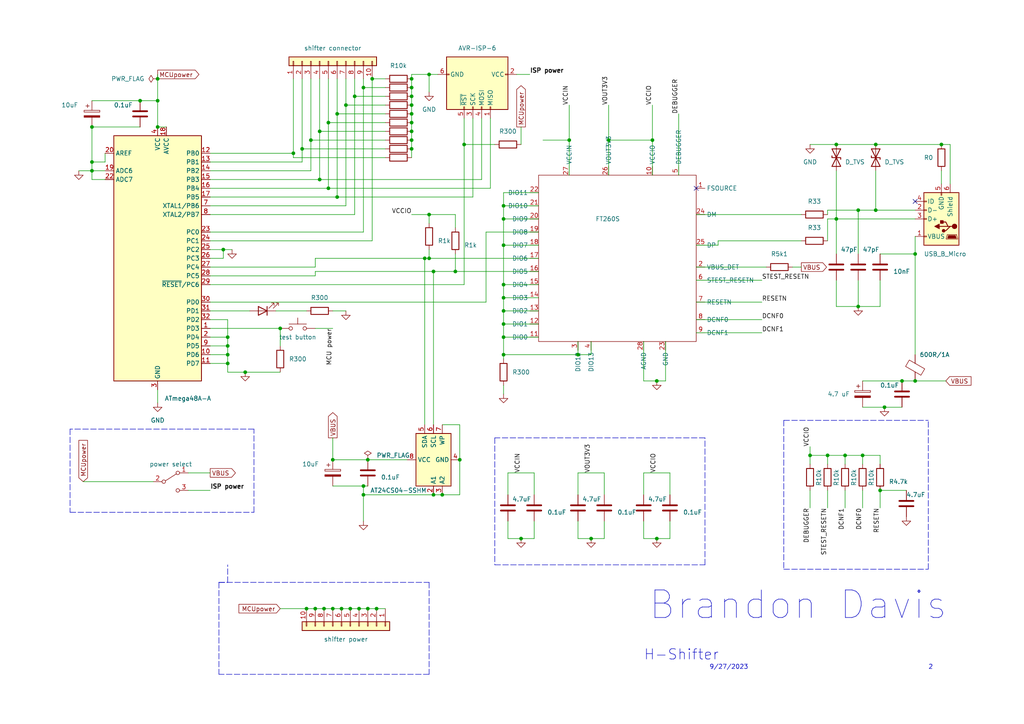
<source format=kicad_sch>
(kicad_sch (version 20211123) (generator eeschema)
  (paper "A4")
  (lib_symbols
    (symbol "Connector:AVR-ISP-6" (pin_names (offset 1.016))
      (property "Reference" "J" (at -6.35 11.43 0))
      (property "Value" "AVR-ISP-6" (at 0 11.43 0))
      (symbol "AVR-ISP-6_0_1"
        (rectangle (start -2.667 -6.858) (end -2.413 -7.62))
        (rectangle (start -2.667 10.16) (end -2.413 9.398))
        (rectangle (start 7.62 -2.413) (end 6.858 -2.667))
        (rectangle (start 7.62 0.127) (end 6.858 -0.127))
        (rectangle (start 7.62 2.667) (end 6.858 2.413))
        (rectangle (start 7.62 5.207) (end 6.858 4.953))
        (rectangle (start 7.62 10.16) (end -7.62 -7.62) (stroke (width 0.254)) (fill (type background)))
      )
      (symbol "AVR-ISP-6_1_1"
        (pin passive line (at 10.16 5.08 180) (length 2.54) (name "MISO") (number "1"))
        (pin passive line (at -2.54 12.7 270) (length 2.54) (name "VCC") (number "2"))
        (pin passive line (at 10.16 0 180) (length 2.54) (name "SCK") (number "3"))
        (pin passive line (at 10.16 2.54 180) (length 2.54) (name "MOSI") (number "4"))
        (pin passive line (at 10.16 -2.54 180) (length 2.54) (name "~{RST}") (number "5"))
        (pin passive line (at -2.54 -10.16 90) (length 2.54) (name "GND") (number "6"))
      )
    )
    (symbol "Connector:USB_B_Micro" (pin_names (offset 1.016))
      (property "Reference" "J" (at -5.08 11.43 0))
      (property "Value" "USB_B_Micro" (at -5.08 8.89 0))
      (symbol "USB_B_Micro_0_1"
        (rectangle (start -5.08 -7.62) (end 5.08 7.62) (stroke (width 0.254)) (fill (type background)))
        (circle (center -3.81 2.159) (radius 0.635) (stroke (width 0.254)) (fill (type outline)))
        (circle (center -0.635 3.429) (radius 0.381) (stroke (width 0.254)) (fill (type outline)))
        (rectangle (start -0.127 -7.62) (end 0.127 -6.858))
        (polyline (pts (xy -1.905 2.159) (xy 0.635 2.159)) (stroke (width 0.254)))
        (polyline (pts (xy -3.175 2.159) (xy -2.54 2.159) (xy -1.27 3.429) (xy -0.635 3.429)) (stroke (width 0.254)))
        (polyline (pts (xy -2.54 2.159) (xy -1.905 2.159) (xy -1.27 0.889) (xy 0 0.889)) (stroke (width 0.254)))
        (polyline (pts (xy 0.635 2.794) (xy 0.635 1.524) (xy 1.905 2.159) (xy 0.635 2.794)) (stroke (width 0.254)) (fill (type outline)))
        (polyline (pts (xy -4.318 5.588) (xy -1.778 5.588) (xy -2.032 4.826) (xy -4.064 4.826) (xy -4.318 5.588)) (fill (type outline)))
        (polyline (pts (xy -4.699 5.842) (xy -4.699 5.588) (xy -4.445 4.826) (xy -4.445 4.572) (xy -1.651 4.572) (xy -1.651 4.826) (xy -1.397 5.588) (xy -1.397 5.842) (xy -4.699 5.842)))
        (rectangle (start 0.254 1.27) (end -0.508 0.508) (stroke (width 0.254)) (fill (type outline)))
        (rectangle (start 5.08 -5.207) (end 4.318 -4.953))
        (rectangle (start 5.08 -2.667) (end 4.318 -2.413))
        (rectangle (start 5.08 -0.127) (end 4.318 0.127))
        (rectangle (start 5.08 4.953) (end 4.318 5.207))
      )
      (symbol "USB_B_Micro_1_1"
        (pin power_out line (at 7.62 5.08 180) (length 2.54) (name "VBUS") (number "1"))
        (pin bidirectional line (at 7.62 -2.54 180) (length 2.54) (name "D-") (number "2"))
        (pin bidirectional line (at 7.62 0 180) (length 2.54) (name "D+") (number "3"))
        (pin passive line (at 7.62 -5.08 180) (length 2.54) (name "ID") (number "4"))
        (pin power_out line (at 0 -10.16 90) (length 2.54) (name "GND") (number "5"))
        (pin passive line (at -2.54 -10.16 90) (length 2.54) (name "Shield") (number "6"))
      )
    )
    (symbol "Connector_Generic:Conn_01x10" (pin_names (offset 1.016) hide)
      (property "Reference" "J" (at 0 12.7 0))
      (property "Value" "Conn_01x10" (at 0 -15.24 0))
      (symbol "Conn_01x10_1_1"
        (rectangle (start -1.27 -12.573) (end 0 -12.827) (stroke (width 0.1524)))
        (rectangle (start -1.27 -10.033) (end 0 -10.287) (stroke (width 0.1524)))
        (rectangle (start -1.27 -7.493) (end 0 -7.747) (stroke (width 0.1524)))
        (rectangle (start -1.27 -4.953) (end 0 -5.207) (stroke (width 0.1524)))
        (rectangle (start -1.27 -2.413) (end 0 -2.667) (stroke (width 0.1524)))
        (rectangle (start -1.27 0.127) (end 0 -0.127) (stroke (width 0.1524)))
        (rectangle (start -1.27 2.667) (end 0 2.413) (stroke (width 0.1524)))
        (rectangle (start -1.27 5.207) (end 0 4.953) (stroke (width 0.1524)))
        (rectangle (start -1.27 7.747) (end 0 7.493) (stroke (width 0.1524)))
        (rectangle (start -1.27 10.287) (end 0 10.033) (stroke (width 0.1524)))
        (rectangle (start -1.27 11.43) (end 1.27 -13.97) (stroke (width 0.254)) (fill (type background)))
        (pin passive line (at -5.08 10.16 0) (length 3.81) (name "Pin_1") (number "1"))
        (pin passive line (at -5.08 -12.7 0) (length 3.81) (name "Pin_10") (number "10"))
        (pin passive line (at -5.08 7.62 0) (length 3.81) (name "Pin_2") (number "2"))
        (pin passive line (at -5.08 5.08 0) (length 3.81) (name "Pin_3") (number "3"))
        (pin passive line (at -5.08 2.54 0) (length 3.81) (name "Pin_4") (number "4"))
        (pin passive line (at -5.08 0 0) (length 3.81) (name "Pin_5") (number "5"))
        (pin passive line (at -5.08 -2.54 0) (length 3.81) (name "Pin_6") (number "6"))
        (pin passive line (at -5.08 -5.08 0) (length 3.81) (name "Pin_7") (number "7"))
        (pin passive line (at -5.08 -7.62 0) (length 3.81) (name "Pin_8") (number "8"))
        (pin passive line (at -5.08 -10.16 0) (length 3.81) (name "Pin_9") (number "9"))
      )
    )
    (symbol "Device:C" (pin_numbers hide) (pin_names (offset 0.254))
      (property "Reference" "C" (at 0.635 2.54 0))
      (property "Value" "C" (at 0.635 -2.54 0))
      (symbol "C_0_1"
        (polyline (pts (xy -2.032 -0.762) (xy 2.032 -0.762)) (stroke (width 0.508)))
        (polyline (pts (xy -2.032 0.762) (xy 2.032 0.762)) (stroke (width 0.508)))
      )
      (symbol "C_1_1"
        (pin passive line (at 0 3.81 270) (length 2.794) (name "~") (number "1"))
        (pin passive line (at 0 -3.81 90) (length 2.794) (name "~") (number "2"))
      )
    )
    (symbol "Device:C_Polarized" (pin_numbers hide) (pin_names (offset 0.254))
      (property "Reference" "C" (at 0.635 2.54 0))
      (property "Value" "C_Polarized" (at 0.635 -2.54 0))
      (symbol "C_Polarized_0_1"
        (rectangle (start -2.286 0.508) (end 2.286 1.016))
        (polyline (pts (xy -1.778 2.286) (xy -0.762 2.286)))
        (polyline (pts (xy -1.27 2.794) (xy -1.27 1.778)))
        (rectangle (start 2.286 -0.508) (end -2.286 -1.016) (fill (type outline)))
      )
      (symbol "C_Polarized_1_1"
        (pin passive line (at 0 3.81 270) (length 2.794) (name "~") (number "1"))
        (pin passive line (at 0 -3.81 90) (length 2.794) (name "~") (number "2"))
      )
    )
    (symbol "Device:D_TVS" (pin_numbers hide) (pin_names (offset 1.016) hide)
      (property "Reference" "D" (at 0 2.54 0))
      (property "Value" "D_TVS" (at 0 -2.54 0))
      (symbol "D_TVS_0_1"
        (polyline (pts (xy 1.27 0) (xy -1.27 0)))
        (polyline (pts (xy 0.508 1.27) (xy 0 1.27) (xy 0 -1.27) (xy -0.508 -1.27)) (stroke (width 0.254)))
        (polyline (pts (xy -2.54 1.27) (xy -2.54 -1.27) (xy 2.54 1.27) (xy 2.54 -1.27) (xy -2.54 1.27)) (stroke (width 0.254)))
      )
      (symbol "D_TVS_1_1"
        (pin passive line (at -3.81 0 0) (length 2.54) (name "A1") (number "1"))
        (pin passive line (at 3.81 0 180) (length 2.54) (name "A2") (number "2"))
      )
    )
    (symbol "Device:FerriteBead" (pin_numbers hide) (pin_names (offset 0))
      (property "Reference" "FB" (at -3.81 0.635 90))
      (property "Value" "FerriteBead" (at 3.81 0 90))
      (symbol "FerriteBead_0_1"
        (polyline (pts (xy 0 -1.27) (xy 0 -1.2192)))
        (polyline (pts (xy 0 1.27) (xy 0 1.2954)))
        (polyline (pts (xy -2.7686 0.4064) (xy -1.7018 2.2606) (xy 2.7686 -0.3048) (xy 1.6764 -2.159) (xy -2.7686 0.4064)))
      )
      (symbol "FerriteBead_1_1"
        (pin passive line (at 0 3.81 270) (length 2.54) (name "~") (number "1"))
        (pin passive line (at 0 -3.81 90) (length 2.54) (name "~") (number "2"))
      )
    )
    (symbol "Device:LED" (pin_numbers hide) (pin_names (offset 1.016) hide)
      (property "Reference" "D" (at 0 2.54 0))
      (property "Value" "LED" (at 0 -2.54 0))
      (symbol "LED_0_1"
        (polyline (pts (xy -1.27 -1.27) (xy -1.27 1.27)) (stroke (width 0.254)))
        (polyline (pts (xy -1.27 0) (xy 1.27 0)))
        (polyline (pts (xy 1.27 -1.27) (xy 1.27 1.27) (xy -1.27 0) (xy 1.27 -1.27)) (stroke (width 0.254)))
        (polyline (pts (xy -3.048 -0.762) (xy -4.572 -2.286) (xy -3.81 -2.286) (xy -4.572 -2.286) (xy -4.572 -1.524)))
        (polyline (pts (xy -1.778 -0.762) (xy -3.302 -2.286) (xy -2.54 -2.286) (xy -3.302 -2.286) (xy -3.302 -1.524)))
      )
      (symbol "LED_1_1"
        (pin passive line (at -3.81 0 0) (length 2.54) (name "K") (number "1"))
        (pin passive line (at 3.81 0 180) (length 2.54) (name "A") (number "2"))
      )
    )
    (symbol "Device:R" (pin_numbers hide) (pin_names (offset 0))
      (property "Reference" "R" (at 2.032 0 90))
      (property "Value" "R" (at 0 0 90))
      (symbol "R_0_1"
        (rectangle (start -1.016 -2.54) (end 1.016 2.54) (stroke (width 0.254)))
      )
      (symbol "R_1_1"
        (pin passive line (at 0 3.81 270) (length 1.27) (name "~") (number "1"))
        (pin passive line (at 0 -3.81 90) (length 1.27) (name "~") (number "2"))
      )
    )
    (symbol "MCU_Microchip_ATmega:ATmega48A-A"
      (property "Reference" "U" (at -12.7 36.83 0))
      (property "Value" "ATmega48A-A" (at 2.54 -36.83 0))
      (symbol "ATmega48A-A_0_1"
        (rectangle (start -12.7 -35.56) (end 12.7 35.56) (stroke (width 0.254)) (fill (type background)))
      )
      (symbol "ATmega48A-A_1_1"
        (pin bidirectional line (at 15.24 -20.32 180) (length 2.54) (name "PD3") (number "1"))
        (pin bidirectional line (at 15.24 -27.94 180) (length 2.54) (name "PD6") (number "10"))
        (pin bidirectional line (at 15.24 -30.48 180) (length 2.54) (name "PD7") (number "11"))
        (pin bidirectional line (at 15.24 30.48 180) (length 2.54) (name "PB0") (number "12"))
        (pin bidirectional line (at 15.24 27.94 180) (length 2.54) (name "PB1") (number "13"))
        (pin bidirectional line (at 15.24 25.4 180) (length 2.54) (name "PB2") (number "14"))
        (pin bidirectional line (at 15.24 22.86 180) (length 2.54) (name "PB3") (number "15"))
        (pin bidirectional line (at 15.24 20.32 180) (length 2.54) (name "PB4") (number "16"))
        (pin bidirectional line (at 15.24 17.78 180) (length 2.54) (name "PB5") (number "17"))
        (pin power_in line (at 2.54 38.1 270) (length 2.54) (name "AVCC") (number "18"))
        (pin input line (at -15.24 25.4 0) (length 2.54) (name "ADC6") (number "19"))
        (pin bidirectional line (at 15.24 -22.86 180) (length 2.54) (name "PD4") (number "2"))
        (pin passive line (at -15.24 30.48 0) (length 2.54) (name "AREF") (number "20"))
        (pin passive line (at 0 -38.1 90) (length 2.54) hide (name "GND") (number "21"))
        (pin input line (at -15.24 22.86 0) (length 2.54) (name "ADC7") (number "22"))
        (pin bidirectional line (at 15.24 7.62 180) (length 2.54) (name "PC0") (number "23"))
        (pin bidirectional line (at 15.24 5.08 180) (length 2.54) (name "PC1") (number "24"))
        (pin bidirectional line (at 15.24 2.54 180) (length 2.54) (name "PC2") (number "25"))
        (pin bidirectional line (at 15.24 0 180) (length 2.54) (name "PC3") (number "26"))
        (pin bidirectional line (at 15.24 -2.54 180) (length 2.54) (name "PC4") (number "27"))
        (pin bidirectional line (at 15.24 -5.08 180) (length 2.54) (name "PC5") (number "28"))
        (pin bidirectional line (at 15.24 -7.62 180) (length 2.54) (name "~{RESET}/PC6") (number "29"))
        (pin passive line (at 0 -38.1 90) (length 2.54) (name "GND") (number "3"))
        (pin bidirectional line (at 15.24 -12.7 180) (length 2.54) (name "PD0") (number "30"))
        (pin bidirectional line (at 15.24 -15.24 180) (length 2.54) (name "PD1") (number "31"))
        (pin bidirectional line (at 15.24 -17.78 180) (length 2.54) (name "PD2") (number "32"))
        (pin power_in line (at 0 38.1 270) (length 2.54) (name "VCC") (number "4"))
        (pin passive line (at 0 -38.1 90) (length 2.54) hide (name "GND") (number "5"))
        (pin passive line (at 0 38.1 270) (length 2.54) hide (name "VCC") (number "6"))
        (pin bidirectional line (at 15.24 15.24 180) (length 2.54) (name "XTAL1/PB6") (number "7"))
        (pin bidirectional line (at 15.24 12.7 180) (length 2.54) (name "XTAL2/PB7") (number "8"))
        (pin bidirectional line (at 15.24 -25.4 180) (length 2.54) (name "PD5") (number "9"))
      )
    )
    (symbol "Memory_EEPROM:AT24CS04-SSHM"
      (property "Reference" "U" (at -7.62 6.35 0))
      (property "Value" "AT24CS04-SSHM" (at 2.54 -6.35 0))
      (symbol "AT24CS04-SSHM_1_1"
        (rectangle (start -7.62 5.08) (end 7.62 -5.08) (stroke (width 0.254)) (fill (type background)))
        (pin no_connect line (at -7.62 2.54 0) (length 2.54) hide (name "NC") (number "1"))
        (pin input line (at -10.16 0 0) (length 2.54) (name "A1") (number "2"))
        (pin input line (at -10.16 -2.54 0) (length 2.54) (name "A2") (number "3"))
        (pin passive line (at 0 -7.62 90) (length 2.54) (name "GND") (number "4"))
        (pin bidirectional line (at 10.16 2.54 180) (length 2.54) (name "SDA") (number "5"))
        (pin input line (at 10.16 0 180) (length 2.54) (name "SCL") (number "6"))
        (pin input line (at 10.16 -2.54 180) (length 2.54) (name "WP") (number "7"))
        (pin power_in line (at 0 7.62 270) (length 2.54) (name "VCC") (number "8"))
      )
    )
    (symbol "Switch:SW_DPDT_x2" (pin_names (offset 0) hide)
      (property "Reference" "SW" (at 0 4.318 0))
      (property "Value" "SW_DPDT_x2" (at 0 -5.08 0))
      (symbol "SW_DPDT_x2_0_0"
        (circle (center -2.032 0) (radius 0.508))
        (circle (center 2.032 -2.54) (radius 0.508))
      )
      (symbol "SW_DPDT_x2_0_1"
        (polyline (pts (xy -1.524 0.254) (xy 1.651 2.286)))
        (circle (center 2.032 2.54) (radius 0.508))
      )
      (symbol "SW_DPDT_x2_1_1"
        (pin passive line (at 5.08 2.54 180) (length 2.54) (name "A") (number "1"))
        (pin passive line (at -5.08 0 0) (length 2.54) (name "B") (number "2"))
        (pin passive line (at 5.08 -2.54 180) (length 2.54) (name "C") (number "3"))
      )
      (symbol "SW_DPDT_x2_2_1"
        (pin passive line (at 5.08 2.54 180) (length 2.54) (name "A") (number "4"))
        (pin passive line (at -5.08 0 0) (length 2.54) (name "B") (number "5"))
        (pin passive line (at 5.08 -2.54 180) (length 2.54) (name "C") (number "6"))
      )
    )
    (symbol "Switch:SW_Push" (pin_numbers hide) (pin_names (offset 1.016) hide)
      (property "Reference" "SW" (at 1.27 2.54 0))
      (property "Value" "SW_Push" (at 0 -1.524 0))
      (symbol "SW_Push_0_1"
        (circle (center -2.032 0) (radius 0.508))
        (polyline (pts (xy 0 1.27) (xy 0 3.048)))
        (polyline (pts (xy 2.54 1.27) (xy -2.54 1.27)))
        (circle (center 2.032 0) (radius 0.508))
        (pin passive line (at -5.08 0 0) (length 2.54) (name "1") (number "1"))
        (pin passive line (at 5.08 0 180) (length 2.54) (name "2") (number "2"))
      )
    )
    (symbol "power:GND" (power) (pin_names (offset 0))
      (property "Value" "GND" (at 0 -3.81 0))
      (symbol "GND_0_1"
        (polyline (pts (xy 0 0) (xy 0 -1.27) (xy 1.27 -1.27) (xy 0 -2.54) (xy -1.27 -1.27) (xy 0 -1.27)))
      )
      (symbol "GND_1_1"
        (pin power_in line (at 0 0 270) (length 0) hide (name "GND") (number "1"))
      )
    )
    (symbol "power:PWR_FLAG" (power) (pin_numbers hide) (pin_names (offset 0) hide)
      (property "Value" "PWR_FLAG" (at 0 3.81 0))
      (symbol "PWR_FLAG_0_0"
        (pin power_out line (at 0 0 90) (length 0) (name "pwr") (number "1"))
      )
      (symbol "PWR_FLAG_0_1"
        (polyline (pts (xy 0 0) (xy 0 1.27) (xy -1.016 1.905) (xy 0 2.54) (xy 1.016 1.905) (xy 0 1.27)))
      )
    )
    (symbol "shifterSymbolLib:FT260S"
      (property "Value" "FT260S" (at 0 -1.27 0))
      (symbol "FT260S_0_1"
        (rectangle (start -20.32 3.81) (end 25.4 52.07))
      )
      (symbol "FT260S_1_1"
        (pin input line (at 25.4 48.26 0) (length 2.54) (name "FSOURCE") (number "1"))
        (pin input line (at 12.7 52.07 90) (length 2.54) (name "VCCIO") (number "10"))
        (pin bidirectional line (at -20.32 5.08 180) (length 2.54) (name "DIO0") (number "11"))
        (pin bidirectional line (at -20.32 8.89 180) (length 2.54) (name "DIO1") (number "12"))
        (pin bidirectional line (at -20.32 12.7 180) (length 2.54) (name "DIO2") (number "13"))
        (pin bidirectional line (at -20.32 16.51 180) (length 2.54) (name "DIO3") (number "14"))
        (pin bidirectional line (at -20.32 20.32 180) (length 2.54) (name "DIO4") (number "15"))
        (pin bidirectional line (at -20.32 24.13 180) (length 2.54) (name "DIO5") (number "16"))
        (pin bidirectional line (at -20.32 27.94 180) (length 2.54) (name "DIO6") (number "17"))
        (pin bidirectional line (at -20.32 31.75 180) (length 2.54) (name "DIO7") (number "18"))
        (pin bidirectional line (at -20.32 35.56 180) (length 2.54) (name "DIO8") (number "19"))
        (pin input line (at 25.4 25.4 0) (length 2.54) (name "VBUS_DET") (number "2"))
        (pin bidirectional line (at -20.32 39.37 180) (length 2.54) (name "DIO9") (number "20"))
        (pin bidirectional line (at -20.32 43.18 180) (length 2.54) (name "DIO10") (number "21"))
        (pin bidirectional line (at -20.32 46.99 180) (length 2.54) (name "DIO11") (number "22"))
        (pin input line (at 16.51 3.81 270) (length 2.54) (name "GND") (number "23"))
        (pin input line (at 25.4 40.64 0) (length 2.54) (name "DM") (number "24"))
        (pin input line (at 25.4 31.75 0) (length 2.54) (name "DP") (number "25"))
        (pin output line (at 0 52.07 90) (length 2.54) (name "VOUT3V3") (number "26"))
        (pin input line (at -11.43 52.07 90) (length 2.54) (name "VCCIN") (number "27"))
        (pin input line (at 10.16 3.81 270) (length 2.54) (name "AGND") (number "28"))
        (pin bidirectional line (at -8.89 3.81 270) (length 2.54) (name "DIO12") (number "3"))
        (pin bidirectional line (at -5.08 3.81 270) (length 2.54) (name "DIO13") (number "4"))
        (pin input line (at 20.32 52.07 90) (length 2.54) (name "DEBUGGER") (number "5"))
        (pin input line (at 25.4 21.59 0) (length 2.54) (name "STEST_RESETN") (number "6"))
        (pin input line (at 25.4 15.24 0) (length 2.54) (name "RESETN") (number "7"))
        (pin input line (at 25.4 10.16 0) (length 2.54) (name "DCNF0") (number "8"))
        (pin input line (at 25.4 6.35 0) (length 2.54) (name "DCNF1") (number "9"))
      )
    )
  )
  (junction (at 254 41.91))
  (junction (at 124.46 74.93))
  (junction (at 40.64 29.21))
  (junction (at 261.62 110.49))
  (junction (at 64.77 72.39))
  (junction (at 93.98 176.53))
  (junction (at 242.57 63.5))
  (junction (at 97.79 33.02))
  (junction (at 190.5 110.49))
  (junction (at 119.38 35.56))
  (junction (at 66.04 102.87))
  (junction (at 95.25 54.61))
  (junction (at 273.05 41.91))
  (junction (at 45.72 36.83))
  (junction (at 146.05 97.79))
  (junction (at 101.6 176.53))
  (junction (at 146.05 90.17))
  (junction (at 240.03 132.08))
  (junction (at 165.1 40.64))
  (junction (at 123.19 74.93))
  (junction (at 125.73 78.74))
  (junction (at 146.05 71.12))
  (junction (at 248.92 88.9))
  (junction (at 146.05 63.5))
  (junction (at 66.04 97.79))
  (junction (at 128.27 143.51))
  (junction (at 146.05 82.55))
  (junction (at 250.19 132.08))
  (junction (at 167.64 102.87))
  (junction (at 119.38 30.48))
  (junction (at 255.27 142.24))
  (junction (at 242.57 41.91))
  (junction (at 245.11 132.08))
  (junction (at 265.43 73.66))
  (junction (at 176.53 40.64))
  (junction (at 100.33 30.48))
  (junction (at 95.25 35.56))
  (junction (at 146.05 93.98))
  (junction (at 124.46 21.59))
  (junction (at 88.9 176.53))
  (junction (at 119.38 27.94))
  (junction (at 26.67 36.83))
  (junction (at 104.14 176.53))
  (junction (at 26.67 46.99))
  (junction (at 190.5 156.21))
  (junction (at 105.41 25.4))
  (junction (at 102.87 27.94))
  (junction (at 119.38 33.02))
  (junction (at 109.22 176.53))
  (junction (at 119.38 43.18))
  (junction (at 66.04 100.33))
  (junction (at 87.63 43.18))
  (junction (at 97.79 57.15))
  (junction (at 133.35 133.35))
  (junction (at 151.13 156.21))
  (junction (at 81.28 95.25))
  (junction (at 256.54 118.11))
  (junction (at 66.04 105.41))
  (junction (at 45.72 29.21))
  (junction (at 99.06 176.53))
  (junction (at 105.41 140.97))
  (junction (at 92.71 52.07))
  (junction (at 124.46 62.23))
  (junction (at 96.52 133.35))
  (junction (at 146.05 86.36))
  (junction (at 189.23 40.64))
  (junction (at 92.71 38.1))
  (junction (at 119.38 40.64))
  (junction (at 45.72 22.86))
  (junction (at 132.08 78.74))
  (junction (at 106.68 176.53))
  (junction (at 254 60.96))
  (junction (at 105.41 143.51))
  (junction (at 119.38 22.86))
  (junction (at 146.05 59.69))
  (junction (at 26.67 49.53))
  (junction (at 96.52 176.53))
  (junction (at 125.73 143.51))
  (junction (at 106.68 133.35))
  (junction (at 134.62 41.91))
  (junction (at 91.44 176.53))
  (junction (at 171.45 156.21))
  (junction (at 119.38 25.4))
  (junction (at 90.17 40.64))
  (junction (at 248.92 60.96))
  (junction (at 265.43 110.49))
  (junction (at 107.95 22.86))
  (junction (at 119.38 38.1))
  (junction (at 71.12 107.95))
  (junction (at 146.05 102.87))
  (junction (at 85.09 44.45))
  (junction (at 234.95 132.08))
  (no_connect (at 201.93 54.61))
  (no_connect (at 265.43 58.42))
  (wire (pts (xy 24.13 139.7) (xy 44.45 139.7)))
  (wire (pts (xy 154.94 137.16) (xy 154.94 143.51)))
  (wire (pts (xy 95.25 35.56) (xy 95.25 22.86)))
  (polyline (pts (xy 204.47 127) (xy 143.51 127)))
  (wire (pts (xy 208.28 71.12) (xy 201.93 71.12)))
  (wire (pts (xy 124.46 74.93) (xy 123.19 74.93)))
  (wire (pts (xy 45.72 29.21) (xy 45.72 36.83)))
  (wire (pts (xy 234.95 132.08) (xy 240.03 132.08)))
  (wire (pts (xy 242.57 49.53) (xy 242.57 63.5)))
  (wire (pts (xy 119.38 35.56) (xy 119.38 38.1)))
  (wire (pts (xy 248.92 60.96) (xy 240.03 60.96)))
  (wire (pts (xy 176.53 40.64) (xy 176.53 50.8)))
  (wire (pts (xy 186.69 137.16) (xy 186.69 143.51)))
  (wire (pts (xy 201.93 81.28) (xy 220.98 81.28)))
  (wire (pts (xy 119.38 62.23) (xy 124.46 62.23)))
  (wire (pts (xy 124.46 62.23) (xy 132.08 62.23)))
  (wire (pts (xy 146.05 93.98) (xy 156.21 93.98)))
  (wire (pts (xy 147.32 137.16) (xy 147.32 143.51)))
  (wire (pts (xy 124.46 21.59) (xy 127 21.59)))
  (wire (pts (xy 245.11 132.08) (xy 245.11 134.62)))
  (wire (pts (xy 146.05 63.5) (xy 146.05 71.12)))
  (wire (pts (xy 146.05 59.69) (xy 146.05 63.5)))
  (wire (pts (xy 134.62 34.29) (xy 134.62 41.91)))
  (wire (pts (xy 240.03 63.5) (xy 240.03 69.85)))
  (wire (pts (xy 60.96 100.33) (xy 66.04 100.33)))
  (polyline (pts (xy 20.32 148.59) (xy 73.66 148.59)))
  (wire (pts (xy 119.38 22.86) (xy 119.38 21.59)))
  (wire (pts (xy 132.08 78.74) (xy 156.21 78.74)))
  (wire (pts (xy 60.96 105.41) (xy 66.04 105.41)))
  (wire (pts (xy 96.52 127) (xy 96.52 133.35)))
  (wire (pts (xy 60.96 44.45) (xy 85.09 44.45)))
  (wire (pts (xy 250.19 142.24) (xy 250.19 147.32)))
  (wire (pts (xy 125.73 143.51) (xy 128.27 143.51)))
  (wire (pts (xy 80.01 90.17) (xy 88.9 90.17)))
  (wire (pts (xy 97.79 33.02) (xy 111.76 33.02)))
  (wire (pts (xy 137.16 34.29) (xy 137.16 57.15)))
  (wire (pts (xy 186.69 99.06) (xy 186.69 110.49)))
  (wire (pts (xy 151.13 36.83) (xy 151.13 41.91)))
  (wire (pts (xy 167.64 156.21) (xy 171.45 156.21)))
  (wire (pts (xy 165.1 30.48) (xy 165.1 40.64)))
  (wire (pts (xy 91.44 77.47) (xy 60.96 77.47)))
  (wire (pts (xy 45.72 21.59) (xy 45.72 22.86)))
  (polyline (pts (xy 63.5 168.91) (xy 124.46 168.91)))
  (polyline (pts (xy 143.51 163.83) (xy 204.47 163.83)))
  (wire (pts (xy 105.41 25.4) (xy 105.41 22.86)))
  (wire (pts (xy 273.05 41.91) (xy 275.59 41.91)))
  (wire (pts (xy 262.89 142.24) (xy 255.27 142.24)))
  (wire (pts (xy 60.96 62.23) (xy 102.87 62.23)))
  (wire (pts (xy 124.46 72.39) (xy 124.46 74.93)))
  (wire (pts (xy 97.79 57.15) (xy 97.79 33.02)))
  (wire (pts (xy 30.48 46.99) (xy 26.67 46.99)))
  (wire (pts (xy 124.46 21.59) (xy 124.46 26.67)))
  (wire (pts (xy 66.04 102.87) (xy 66.04 105.41)))
  (wire (pts (xy 119.38 21.59) (xy 124.46 21.59)))
  (wire (pts (xy 265.43 60.96) (xy 254 60.96)))
  (wire (pts (xy 248.92 81.28) (xy 248.92 88.9)))
  (wire (pts (xy 255.27 142.24) (xy 255.27 147.32)))
  (wire (pts (xy 132.08 73.66) (xy 132.08 78.74)))
  (wire (pts (xy 26.67 29.21) (xy 40.64 29.21)))
  (polyline (pts (xy 124.46 168.91) (xy 124.46 195.58)))
  (wire (pts (xy 171.45 156.21) (xy 175.26 156.21)))
  (polyline (pts (xy 73.66 124.46) (xy 20.32 124.46)))
  (wire (pts (xy 100.33 30.48) (xy 111.76 30.48)))
  (polyline (pts (xy 227.33 121.92) (xy 227.33 165.1)))
  (wire (pts (xy 146.05 102.87) (xy 146.05 104.14)))
  (wire (pts (xy 101.6 176.53) (xy 104.14 176.53)))
  (wire (pts (xy 105.41 25.4) (xy 111.76 25.4)))
  (wire (pts (xy 139.7 34.29) (xy 139.7 52.07)))
  (wire (pts (xy 254 41.91) (xy 273.05 41.91)))
  (wire (pts (xy 149.86 21.59) (xy 153.67 21.59)))
  (wire (pts (xy 60.96 90.17) (xy 72.39 90.17)))
  (wire (pts (xy 119.38 30.48) (xy 119.38 33.02)))
  (wire (pts (xy 66.04 105.41) (xy 66.04 107.95)))
  (wire (pts (xy 102.87 27.94) (xy 102.87 22.86)))
  (polyline (pts (xy 66.04 168.91) (xy 66.04 163.83)))
  (wire (pts (xy 111.76 45.72) (xy 85.09 45.72)))
  (wire (pts (xy 60.96 87.63) (xy 140.97 87.63)))
  (wire (pts (xy 254 49.53) (xy 254 60.96)))
  (wire (pts (xy 134.62 41.91) (xy 143.51 41.91)))
  (wire (pts (xy 125.73 78.74) (xy 125.73 123.19)))
  (wire (pts (xy 96.52 90.17) (xy 100.33 90.17)))
  (wire (pts (xy 104.14 176.53) (xy 106.68 176.53)))
  (wire (pts (xy 106.68 133.35) (xy 118.11 133.35)))
  (wire (pts (xy 175.26 143.51) (xy 175.26 137.16)))
  (wire (pts (xy 45.72 36.83) (xy 48.26 36.83)))
  (wire (pts (xy 189.23 40.64) (xy 189.23 50.8)))
  (wire (pts (xy 265.43 110.49) (xy 274.32 110.49)))
  (wire (pts (xy 60.96 46.99) (xy 87.63 46.99)))
  (wire (pts (xy 146.05 59.69) (xy 156.21 59.69)))
  (wire (pts (xy 71.12 107.95) (xy 81.28 107.95)))
  (wire (pts (xy 92.71 38.1) (xy 111.76 38.1)))
  (wire (pts (xy 64.77 74.93) (xy 64.77 72.39)))
  (wire (pts (xy 133.35 143.51) (xy 128.27 143.51)))
  (wire (pts (xy 85.09 44.45) (xy 85.09 22.86)))
  (wire (pts (xy 90.17 40.64) (xy 90.17 22.86)))
  (wire (pts (xy 66.04 100.33) (xy 66.04 102.87)))
  (wire (pts (xy 111.76 43.18) (xy 87.63 43.18)))
  (wire (pts (xy 96.52 176.53) (xy 99.06 176.53)))
  (wire (pts (xy 60.96 95.25) (xy 81.28 95.25)))
  (wire (pts (xy 30.48 52.07) (xy 26.67 52.07)))
  (wire (pts (xy 60.96 72.39) (xy 64.77 72.39)))
  (wire (pts (xy 240.03 142.24) (xy 240.03 147.32)))
  (wire (pts (xy 189.23 30.48) (xy 189.23 40.64)))
  (wire (pts (xy 123.19 74.93) (xy 123.19 123.19)))
  (polyline (pts (xy 63.5 168.91) (xy 63.5 195.58)))
  (wire (pts (xy 119.38 43.18) (xy 119.38 45.72)))
  (wire (pts (xy 123.19 74.93) (xy 91.44 74.93)))
  (wire (pts (xy 255.27 81.28) (xy 255.27 88.9)))
  (polyline (pts (xy 20.32 124.46) (xy 20.32 148.59)))
  (wire (pts (xy 139.7 52.07) (xy 92.71 52.07)))
  (wire (pts (xy 109.22 176.53) (xy 111.76 176.53)))
  (wire (pts (xy 240.03 132.08) (xy 240.03 134.62)))
  (wire (pts (xy 140.97 67.31) (xy 156.21 67.31)))
  (wire (pts (xy 196.85 33.02) (xy 196.85 50.8)))
  (polyline (pts (xy 269.24 165.1) (xy 269.24 121.92)))
  (wire (pts (xy 229.87 77.47) (xy 232.41 77.47)))
  (wire (pts (xy 146.05 97.79) (xy 156.21 97.79)))
  (wire (pts (xy 154.94 151.13) (xy 154.94 156.21)))
  (wire (pts (xy 60.96 49.53) (xy 90.17 49.53)))
  (wire (pts (xy 146.05 86.36) (xy 146.05 90.17)))
  (wire (pts (xy 45.72 22.86) (xy 45.72 29.21)))
  (wire (pts (xy 189.23 40.64) (xy 176.53 40.64)))
  (wire (pts (xy 242.57 63.5) (xy 240.03 63.5)))
  (wire (pts (xy 90.17 40.64) (xy 111.76 40.64)))
  (wire (pts (xy 146.05 55.88) (xy 146.05 59.69)))
  (polyline (pts (xy 227.33 121.92) (xy 269.24 121.92)))
  (wire (pts (xy 102.87 27.94) (xy 111.76 27.94)))
  (wire (pts (xy 60.96 59.69) (xy 100.33 59.69)))
  (wire (pts (xy 91.44 176.53) (xy 93.98 176.53)))
  (wire (pts (xy 119.38 25.4) (xy 119.38 27.94)))
  (wire (pts (xy 157.48 40.64) (xy 165.1 40.64)))
  (wire (pts (xy 54.61 142.24) (xy 60.96 142.24)))
  (wire (pts (xy 40.64 29.21) (xy 45.72 29.21)))
  (wire (pts (xy 242.57 81.28) (xy 242.57 88.9)))
  (wire (pts (xy 154.94 156.21) (xy 151.13 156.21)))
  (wire (pts (xy 201.93 92.71) (xy 220.98 92.71)))
  (wire (pts (xy 146.05 86.36) (xy 156.21 86.36)))
  (wire (pts (xy 92.71 38.1) (xy 92.71 22.86)))
  (wire (pts (xy 255.27 132.08) (xy 255.27 134.62)))
  (wire (pts (xy 190.5 156.21) (xy 194.31 156.21)))
  (wire (pts (xy 60.96 97.79) (xy 66.04 97.79)))
  (wire (pts (xy 91.44 78.74) (xy 125.73 78.74)))
  (wire (pts (xy 107.95 22.86) (xy 111.76 22.86)))
  (wire (pts (xy 45.72 113.03) (xy 45.72 116.84)))
  (wire (pts (xy 88.9 176.53) (xy 91.44 176.53)))
  (wire (pts (xy 250.19 132.08) (xy 255.27 132.08)))
  (wire (pts (xy 106.68 176.53) (xy 109.22 176.53)))
  (wire (pts (xy 100.33 59.69) (xy 100.33 30.48)))
  (wire (pts (xy 194.31 156.21) (xy 194.31 151.13)))
  (wire (pts (xy 91.44 80.01) (xy 60.96 80.01)))
  (wire (pts (xy 132.08 62.23) (xy 132.08 66.04)))
  (wire (pts (xy 146.05 82.55) (xy 146.05 86.36)))
  (wire (pts (xy 142.24 54.61) (xy 95.25 54.61)))
  (wire (pts (xy 60.96 92.71) (xy 66.04 92.71)))
  (wire (pts (xy 100.33 30.48) (xy 100.33 22.86)))
  (wire (pts (xy 60.96 52.07) (xy 92.71 52.07)))
  (wire (pts (xy 186.69 137.16) (xy 194.31 137.16)))
  (wire (pts (xy 146.05 97.79) (xy 146.05 102.87)))
  (wire (pts (xy 99.06 176.53) (xy 101.6 176.53)))
  (wire (pts (xy 81.28 95.25) (xy 81.28 100.33)))
  (wire (pts (xy 167.64 99.06) (xy 167.64 102.87)))
  (wire (pts (xy 93.98 176.53) (xy 96.52 176.53)))
  (wire (pts (xy 105.41 67.31) (xy 105.41 25.4)))
  (wire (pts (xy 201.93 96.52) (xy 220.98 96.52)))
  (wire (pts (xy 234.95 41.91) (xy 242.57 41.91)))
  (wire (pts (xy 240.03 132.08) (xy 245.11 132.08)))
  (wire (pts (xy 87.63 43.18) (xy 87.63 46.99)))
  (wire (pts (xy 146.05 90.17) (xy 146.05 93.98)))
  (wire (pts (xy 232.41 69.85) (xy 208.28 69.85)))
  (wire (pts (xy 167.64 102.87) (xy 146.05 102.87)))
  (wire (pts (xy 142.24 34.29) (xy 142.24 54.61)))
  (wire (pts (xy 102.87 62.23) (xy 102.87 27.94)))
  (wire (pts (xy 26.67 52.07) (xy 26.67 49.53)))
  (polyline (pts (xy 227.33 165.1) (xy 269.24 165.1)))
  (wire (pts (xy 167.64 151.13) (xy 167.64 156.21)))
  (wire (pts (xy 60.96 69.85) (xy 107.95 69.85)))
  (wire (pts (xy 147.32 156.21) (xy 151.13 156.21)))
  (wire (pts (xy 22.86 49.53) (xy 26.67 49.53)))
  (wire (pts (xy 146.05 63.5) (xy 156.21 63.5)))
  (wire (pts (xy 128.27 123.19) (xy 133.35 123.19)))
  (wire (pts (xy 186.69 156.21) (xy 190.5 156.21)))
  (wire (pts (xy 146.05 93.98) (xy 146.05 97.79)))
  (wire (pts (xy 95.25 35.56) (xy 111.76 35.56)))
  (polyline (pts (xy 143.51 127) (xy 143.51 163.83)))
  (wire (pts (xy 91.44 74.93) (xy 91.44 77.47)))
  (wire (pts (xy 96.52 140.97) (xy 105.41 140.97)))
  (wire (pts (xy 91.44 95.25) (xy 96.52 95.25)))
  (wire (pts (xy 87.63 22.86) (xy 87.63 43.18)))
  (wire (pts (xy 265.43 68.58) (xy 265.43 73.66)))
  (wire (pts (xy 133.35 123.19) (xy 133.35 133.35)))
  (wire (pts (xy 26.67 36.83) (xy 26.67 46.99)))
  (wire (pts (xy 242.57 88.9) (xy 248.92 88.9)))
  (polyline (pts (xy 204.47 163.83) (xy 204.47 127)))
  (wire (pts (xy 60.96 67.31) (xy 105.41 67.31)))
  (wire (pts (xy 273.05 49.53) (xy 273.05 53.34)))
  (wire (pts (xy 119.38 33.02) (xy 119.38 35.56)))
  (wire (pts (xy 105.41 140.97) (xy 105.41 143.51)))
  (wire (pts (xy 105.41 140.97) (xy 106.68 140.97)))
  (wire (pts (xy 147.32 151.13) (xy 147.32 156.21)))
  (wire (pts (xy 245.11 142.24) (xy 245.11 147.32)))
  (wire (pts (xy 60.96 57.15) (xy 97.79 57.15)))
  (wire (pts (xy 107.95 69.85) (xy 107.95 22.86)))
  (wire (pts (xy 167.64 137.16) (xy 167.64 143.51)))
  (wire (pts (xy 146.05 71.12) (xy 146.05 82.55)))
  (wire (pts (xy 242.57 63.5) (xy 242.57 73.66)))
  (wire (pts (xy 201.93 87.63) (xy 220.98 87.63)))
  (wire (pts (xy 261.62 110.49) (xy 265.43 110.49)))
  (wire (pts (xy 97.79 33.02) (xy 97.79 22.86)))
  (wire (pts (xy 255.27 73.66) (xy 265.43 73.66)))
  (wire (pts (xy 234.95 129.54) (xy 234.95 132.08)))
  (wire (pts (xy 97.79 57.15) (xy 137.16 57.15)))
  (wire (pts (xy 245.11 132.08) (xy 250.19 132.08)))
  (polyline (pts (xy 63.5 168.91) (xy 66.04 168.91)))
  (wire (pts (xy 255.27 88.9) (xy 248.92 88.9)))
  (wire (pts (xy 194.31 143.51) (xy 194.31 137.16)))
  (wire (pts (xy 147.32 137.16) (xy 154.94 137.16)))
  (wire (pts (xy 119.38 38.1) (xy 119.38 40.64)))
  (wire (pts (xy 234.95 142.24) (xy 234.95 147.32)))
  (wire (pts (xy 156.21 74.93) (xy 124.46 74.93)))
  (wire (pts (xy 234.95 132.08) (xy 234.95 134.62)))
  (wire (pts (xy 125.73 78.74) (xy 132.08 78.74)))
  (wire (pts (xy 60.96 102.87) (xy 66.04 102.87)))
  (wire (pts (xy 134.62 82.55) (xy 60.96 82.55)))
  (wire (pts (xy 265.43 73.66) (xy 265.43 102.87)))
  (wire (pts (xy 105.41 143.51) (xy 125.73 143.51)))
  (wire (pts (xy 250.19 110.49) (xy 261.62 110.49)))
  (wire (pts (xy 171.45 102.87) (xy 167.64 102.87)))
  (wire (pts (xy 208.28 69.85) (xy 208.28 71.12)))
  (wire (pts (xy 254 60.96) (xy 248.92 60.96)))
  (wire (pts (xy 240.03 60.96) (xy 240.03 62.23)))
  (wire (pts (xy 176.53 30.48) (xy 176.53 40.64)))
  (wire (pts (xy 250.19 118.11) (xy 256.54 118.11)))
  (wire (pts (xy 67.31 72.39) (xy 64.77 72.39)))
  (wire (pts (xy 90.17 49.53) (xy 90.17 40.64)))
  (polyline (pts (xy 73.66 148.59) (xy 73.66 124.46)))
  (wire (pts (xy 265.43 63.5) (xy 242.57 63.5)))
  (polyline (pts (xy 124.46 195.58) (xy 63.5 195.58)))
  (wire (pts (xy 119.38 27.94) (xy 119.38 30.48)))
  (wire (pts (xy 242.57 41.91) (xy 254 41.91)))
  (wire (pts (xy 275.59 53.34) (xy 275.59 41.91)))
  (wire (pts (xy 60.96 74.93) (xy 64.77 74.93)))
  (wire (pts (xy 201.93 77.47) (xy 222.25 77.47)))
  (wire (pts (xy 201.93 62.23) (xy 232.41 62.23)))
  (wire (pts (xy 171.45 99.06) (xy 171.45 102.87)))
  (wire (pts (xy 186.69 151.13) (xy 186.69 156.21)))
  (wire (pts (xy 256.54 118.11) (xy 261.62 118.11)))
  (wire (pts (xy 134.62 41.91) (xy 134.62 82.55)))
  (wire (pts (xy 66.04 92.71) (xy 66.04 97.79)))
  (wire (pts (xy 95.25 54.61) (xy 95.25 35.56)))
  (wire (pts (xy 156.21 82.55) (xy 146.05 82.55)))
  (wire (pts (xy 26.67 46.99) (xy 26.67 49.53)))
  (wire (pts (xy 92.71 52.07) (xy 92.71 38.1)))
  (wire (pts (xy 40.64 36.83) (xy 26.67 36.83)))
  (wire (pts (xy 119.38 22.86) (xy 119.38 25.4)))
  (wire (pts (xy 193.04 110.49) (xy 190.5 110.49)))
  (wire (pts (xy 193.04 99.06) (xy 193.04 110.49)))
  (wire (pts (xy 30.48 44.45) (xy 30.48 46.99)))
  (wire (pts (xy 54.61 137.16) (xy 60.96 137.16)))
  (wire (pts (xy 26.67 49.53) (xy 30.48 49.53)))
  (wire (pts (xy 165.1 40.64) (xy 165.1 50.8)))
  (wire (pts (xy 85.09 45.72) (xy 85.09 44.45)))
  (wire (pts (xy 66.04 97.79) (xy 66.04 100.33)))
  (wire (pts (xy 146.05 71.12) (xy 156.21 71.12)))
  (wire (pts (xy 250.19 132.08) (xy 250.19 134.62)))
  (wire (pts (xy 133.35 133.35) (xy 133.35 143.51)))
  (wire (pts (xy 81.28 176.53) (xy 88.9 176.53)))
  (wire (pts (xy 91.44 78.74) (xy 91.44 80.01)))
  (wire (pts (xy 105.41 143.51) (xy 105.41 151.13)))
  (wire (pts (xy 60.96 54.61) (xy 95.25 54.61)))
  (wire (pts (xy 119.38 40.64) (xy 119.38 43.18)))
  (wire (pts (xy 66.04 107.95) (xy 71.12 107.95)))
  (wire (pts (xy 175.26 156.21) (xy 175.26 151.13)))
  (wire (pts (xy 140.97 87.63) (xy 140.97 67.31)))
  (wire (pts (xy 96.52 133.35) (xy 106.68 133.35)))
  (wire (pts (xy 156.21 55.88) (xy 146.05 55.88)))
  (wire (pts (xy 248.92 60.96) (xy 248.92 73.66)))
  (wire (pts (xy 146.05 90.17) (xy 156.21 90.17)))
  (wire (pts (xy 167.64 137.16) (xy 175.26 137.16)))
  (wire (pts (xy 186.69 110.49) (xy 190.5 110.49)))
  (wire (pts (xy 146.05 111.76) (xy 146.05 114.3)))
  (wire (pts (xy 124.46 62.23) (xy 124.46 64.77)))
  (text "Brandon Davis" (at 187.96 180.34 0) (effects (font (size 8 8)) (justify left bottom)))
  (text "H-Shifter" (at 186.69 191.77 0) (effects (font (size 3 3)) (justify left bottom)))
  (text "9/27/2023" (at 205.74 194.31 0) (effects (font (size 1.27 1.27)) (justify left bottom)))
  (text "2" (at 269.24 194.31 0) (effects (font (size 1.27 1.27)) (justify left bottom)))
  (label "DCNF1" (at 245.11 147.32 270))
  (label "STEST_RESETN" (at 220.98 81.28 0))
  (label "VCCIO" (at 119.38 62.23 180))
  (label "DCNF0" (at 250.19 147.32 270))
  (label "DEBUGGER" (at 196.85 33.02 90))
  (label "DCNF0" (at 220.98 92.71 0))
  (label "VCCIN" (at 165.1 30.48 90))
  (label "VCCIO" (at 190.5 137.16 90))
  (label "VOUT3V3" (at 171.45 137.16 90))
  (label "DCNF1" (at 220.98 96.52 0))
  (label "RESETN" (at 255.27 147.32 270))
  (label "VOUT3V3" (at 176.53 30.48 90))
  (label "RESETN" (at 220.98 87.63 0))
  (label "VCCIO" (at 234.95 129.54 90))
  (label "VCCIN" (at 151.13 137.16 90))
  (label "ISP power" (at 153.67 21.59 0) (effects (font (thickness 0.254) bold)))
  (label "DEBUGGER" (at 234.95 147.32 270))
  (label "VCCIO" (at 189.23 30.48 90))
  (label "MCU power" (at 96.52 95.25 270))
  (label "ISP power" (at 60.96 142.24 0) (effects (font (thickness 0.254) bold)))
  (label "STEST_RESETN" (at 240.03 147.32 270))
  (global_label "VBUS" (shape output) (at 96.52 127 90) (property "Intersheet References" "${INTERSHEET_REFS}" (effects hide)))
  (global_label "MCUpower" (shape output) (at 45.72 21.59 0) (property "Intersheet References" "${INTERSHEET_REFS}" (effects hide)))
  (global_label "VBUS" (shape output) (at 232.41 77.47 0) (property "Intersheet References" "${INTERSHEET_REFS}" (effects hide)))
  (global_label "MCUpower" (shape input) (at 24.13 139.7 90) (property "Intersheet References" "${INTERSHEET_REFS}" (effects hide)))
  (global_label "MCUpower" (shape input) (at 81.28 176.53 180) (property "Intersheet References" "${INTERSHEET_REFS}" (effects hide)))
  (global_label "MCUpower" (shape output) (at 151.13 36.83 90) (property "Intersheet References" "${INTERSHEET_REFS}" (effects hide)))
  (global_label "VBUS" (shape output) (at 60.96 137.16 0) (property "Intersheet References" "${INTERSHEET_REFS}" (effects hide)))
  (global_label "VBUS" (shape input) (at 274.32 110.49 0) (property "Intersheet References" "${INTERSHEET_REFS}" (effects hide)))
  (symbol (lib_id "Device:C") (at 248.92 77.47 0) (unit 1)
    (property "Reference" "C2" (effects hide))
    (property "Value" "47pF" (at 250.19 72.39 0) (effects (justify left)))
    (property "Footprint" "Wurth:GRM033R71A103KA01D 10nF" (effects hide))
  )
  (symbol (lib_id "power:GND") (at 190.5 156.21 0) (unit 1)
    (property "Reference" "#PWR0106" (effects hide))
    (property "Value" "GND" (effects hide))
  )
  (symbol (lib_id "Device:R") (at 115.57 38.1 90) (unit 1)
    (property "Reference" "R19" (effects hide))
    (property "Value" "R10k" (effects hide))
    (property "Footprint" "Resistor_SMD:R_0402_1005Metric" (effects hide))
  )
  (symbol (lib_id "power:PWR_FLAG") (at 45.72 22.86 90) (unit 1)
    (property "Reference" "#FLG0101" (effects hide))
    (property "Value" "PWR_FLAG" (at 41.91 22.8599 90) (effects (justify left)))
  )
  (symbol (lib_id "Device:C") (at 147.32 147.32 0) (unit 1)
    (property "Reference" "C10" (effects hide))
    (property "Value" "4.7uF" (at 148.59 144.78 0) (effects (justify left)))
    (property "Footprint" "Wima:WIMA_XA_WIM" (effects hide))
  )
  (symbol (lib_id "power:GND") (at 100.33 90.17 0) (unit 1)
    (property "Reference" "#PWR0116" (effects hide))
    (property "Value" "GND" (effects hide))
  )
  (symbol (lib_id "power:GND") (at 151.13 156.21 0) (unit 1)
    (property "Reference" "#PWR0103" (effects hide))
    (property "Value" "GND" (effects hide))
  )
  (symbol (lib_id "Device:R") (at 115.57 33.02 90) (unit 1)
    (property "Reference" "R17" (effects hide))
    (property "Value" "R10k" (effects hide))
    (property "Footprint" "Resistor_SMD:R_0402_1005Metric" (effects hide))
  )
  (symbol (lib_id "Device:R") (at 115.57 45.72 90) (unit 1)
    (property "Reference" "R22" (effects hide))
    (property "Value" "R10k" (effects hide))
    (property "Footprint" "Resistor_SMD:R_0402_1005Metric" (effects hide))
  )
  (symbol (lib_id "Device:R") (at 115.57 27.94 90) (unit 1)
    (property "Reference" "R15" (effects hide))
    (property "Value" "R10k" (effects hide))
    (property "Footprint" "Resistor_SMD:R_0402_1005Metric" (effects hide))
  )
  (symbol (lib_id "Device:R") (at 147.32 41.91 90) (unit 1)
    (property "Reference" "R10" (effects hide))
    (property "Value" "R300" (at 147.32 38.1 90))
    (property "Footprint" "Resistor_SMD:R_0402_1005Metric" (effects hide))
  )
  (symbol (lib_id "Device:C_Polarized") (at 96.52 137.16 0) (unit 1)
    (property "Reference" "CE2" (effects hide))
    (property "Value" "10uF" (at 87.63 134.62 0) (effects (justify left)))
    (property "Footprint" "Wurth:EDH106M016A9BAA 10uF" (effects hide))
  )
  (symbol (lib_id "Device:R") (at 234.95 138.43 0) (unit 1)
    (property "Reference" "R8" (effects hide))
    (property "Value" "R10k" (at 237.49 140.97 90) (effects (justify left)))
    (property "Footprint" "Resistor_SMD:R_0402_1005Metric" (effects hide))
  )
  (symbol (lib_id "MCU_Microchip_ATmega:ATmega48A-A") (at 45.72 74.93 0) (unit 1)
    (property "Reference" "U3" (effects hide))
    (property "Value" "ATmega48A-A" (at 47.7394 115.57 0) (effects (justify left)))
    (property "Footprint" "Package_QFP:TQFP-32_7x7mm_P0.8mm" (effects hide))
    (property "Datasheet" "http://ww1.microchip.com/downloads/en/DeviceDoc/ATmega48A_88A_168A-Data-Sheet-40002007A.pdf" (effects hide))
  )
  (symbol (lib_id "Device:D_TVS") (at 254 45.72 90) (unit 1)
    (property "Reference" "D1" (effects hide))
    (property "Value" "D_TVS" (at 256.54 46.9899 90) (effects (justify right)))
    (property "Footprint" "Diode_SMD:usb tvs diode" (effects hide))
  )
  (symbol (lib_id "power:GND") (at 45.72 116.84 0) (unit 1)
    (property "Reference" "#PWR0108" (effects hide))
    (property "Value" "GND" (at 45.72 121.92 0))
  )
  (symbol (lib_id "Device:R") (at 81.28 104.14 0) (unit 1)
    (property "Reference" "R24" (effects hide))
    (property "Value" "R300" (at 83.82 104.1399 0) (effects (justify left)))
    (property "Footprint" "Resistor_SMD:R_0402_1005Metric" (effects hide))
  )
  (symbol (lib_id "Connector:USB_B_Micro") (at 273.05 63.5 180) (unit 1)
    (property "Reference" "J1" (effects hide))
    (property "Value" "USB_B_Micro" (at 267.97 73.66 0) (effects (justify right)))
    (property "Footprint" "Connector_USB:USB_Micro-B_Molex-105133-0001" (effects hide))
  )
  (symbol (lib_id "Device:C") (at 40.64 33.02 0) (unit 1)
    (property "Reference" "C12" (effects hide))
    (property "Value" "0.1uF" (at 33.02 30.48 0) (effects (justify left)))
    (property "Footprint" "Wurth:GRM033R71A103KA01D 10nF" (effects hide))
  )
  (symbol (lib_id "Device:R") (at 115.57 25.4 90) (unit 1)
    (property "Reference" "R14" (effects hide))
    (property "Value" "R10k" (effects hide))
    (property "Footprint" "Resistor_SMD:R_0402_1005Metric" (effects hide))
  )
  (symbol (lib_id "Device:R") (at 245.11 138.43 0) (unit 1)
    (property "Reference" "R25" (effects hide))
    (property "Value" "R10k" (at 247.65 140.97 90) (effects (justify left)))
    (property "Footprint" "Resistor_SMD:R_0402_1005Metric" (effects hide))
  )
  (symbol (lib_id "Device:R") (at 226.06 77.47 90) (unit 1)
    (property "Reference" "R4" (effects hide))
    (property "Value" "R5k1" (at 226.06 73.66 90))
    (property "Footprint" "Resistor_SMD:R_0402_1005Metric" (effects hide))
  )
  (symbol (lib_id "Device:C_Polarized") (at 26.67 33.02 0) (unit 1)
    (property "Reference" "CE3" (effects hide))
    (property "Value" "10uF" (at 17.78 30.48 0) (effects (justify left)))
    (property "Footprint" "Wurth:EDH106M016A9BAA 10uF" (effects hide))
  )
  (symbol (lib_id "Device:D_TVS") (at 242.57 45.72 90) (unit 1)
    (property "Reference" "D2" (effects hide))
    (property "Value" "D_TVS" (at 245.11 46.9899 90) (effects (justify right)))
    (property "Footprint" "Diode_SMD:usb tvs diode" (effects hide))
  )
  (symbol (lib_id "Device:C") (at 106.68 137.16 0) (unit 1)
    (property "Reference" "C11" (effects hide))
    (property "Value" "0.1uF" (at 110.49 138.4299 0) (effects (justify left)))
    (property "Footprint" "Wurth:GRM033R71A103KA01D 10nF" (effects hide))
  )
  (symbol (lib_id "Memory_EEPROM:AT24CS04-SSHM") (at 125.73 133.35 90) (unit 1)
    (property "Reference" "U2" (effects hide))
    (property "Value" "AT24CS04-SSHM" (at 115.57 142.24 90))
    (property "Footprint" "Package_SO:SOIC-8_3.9x4.9mm_P1.27mm" (effects hide))
    (property "Datasheet" "http://ww1.microchip.com/downloads/en/DeviceDoc/Atmel-8766-SEEPROM-AT24CS04-08-Datasheet.pdf" (effects hide))
  )
  (symbol (lib_id "Device:R") (at 115.57 22.86 90) (unit 1)
    (property "Reference" "R13" (effects hide))
    (property "Value" "R10k" (at 115.57 19.05 90))
    (property "Footprint" "Resistor_SMD:R_0402_1005Metric" (effects hide))
  )
  (symbol (lib_id "Device:C_Polarized") (at 250.19 114.3 0) (unit 1)
    (property "Reference" "CE1" (effects hide))
    (property "Value" "4.7 uF" (at 240.03 114.3 0) (effects (justify left)))
    (property "Footprint" "Wurth:EDH106M016A9BAA 10uF" (effects hide))
  )
  (symbol (lib_id "Device:R") (at 146.05 107.95 0) (unit 1)
    (property "Reference" "R9" (effects hide))
    (property "Value" "R300" (at 148.59 107.9499 0) (effects (justify left)))
    (property "Footprint" "Resistor_SMD:R_0402_1005Metric" (effects hide))
  )
  (symbol (lib_id "Device:C") (at 186.69 147.32 0) (unit 1)
    (property "Reference" "C6" (effects hide))
    (property "Value" "4.7uF" (at 187.96 144.78 0) (effects (justify left)))
    (property "Footprint" "Wima:WIMA_XA_WIM" (effects hide))
  )
  (symbol (lib_id "power:PWR_FLAG") (at 106.68 133.35 0) (unit 1)
    (property "Reference" "#FLG0102" (effects hide))
    (property "Value" "PWR_FLAG" (at 109.22 132.0799 0) (effects (justify left)))
  )
  (symbol (lib_id "Switch:SW_Push") (at 86.36 95.25 0) (unit 1)
    (property "Reference" "SW2" (effects hide))
    (property "Value" "test button" (at 86.36 97.79 0))
    (property "Footprint" "Wurth:TactileButton" (effects hide))
  )
  (symbol (lib_id "Device:C") (at 242.57 77.47 0) (unit 1)
    (property "Reference" "C3" (effects hide))
    (property "Value" "47pF" (at 243.84 72.39 0) (effects (justify left)))
    (property "Footprint" "Wurth:GRM033R71A103KA01D 10nF" (effects hide))
  )
  (symbol (lib_id "Device:C") (at 194.31 147.32 0) (unit 1)
    (property "Reference" "C5" (effects hide))
    (property "Value" "0.1uF" (at 198.12 148.5899 0) (effects (justify left)))
    (property "Footprint" "Wurth:GRM033R71A103KA01D 10nF" (effects hide))
  )
  (symbol (lib_id "power:GND") (at 105.41 151.13 0) (unit 1)
    (property "Reference" "#PWR0105" (effects hide))
    (property "Value" "GND" (effects hide))
  )
  (symbol (lib_id "Device:R") (at 236.22 69.85 90) (unit 1)
    (property "Reference" "R3" (effects hide))
    (property "Value" "R33" (at 236.22 66.04 90))
    (property "Footprint" "Resistor_SMD:R_0402_1005Metric" (effects hide))
  )
  (symbol (lib_id "Connector_Generic:Conn_01x10") (at 101.6 181.61 270) (unit 1)
    (property "Reference" "J4" (effects hide))
    (property "Value" "shifter power" (at 100.33 185.42 90))
    (property "Footprint" "Connector_Wire:SolderWirePad 10 3-3mm" (effects hide))
  )
  (symbol (lib_id "Device:R") (at 92.71 90.17 270) (unit 1)
    (property "Reference" "R23" (effects hide))
    (property "Value" "R300" (at 92.71 86.36 90))
    (property "Footprint" "Resistor_SMD:R_0402_1005Metric" (effects hide))
  )
  (symbol (lib_id "Device:R") (at 255.27 138.43 0) (unit 1)
    (property "Reference" "R5" (effects hide))
    (property "Value" "R4.7k" (at 257.81 139.6999 0) (effects (justify left)))
    (property "Footprint" "Resistor_SMD:R_0402_1005Metric" (effects hide))
  )
  (symbol (lib_id "power:GND") (at 71.12 107.95 0) (unit 1)
    (property "Reference" "#PWR0110" (effects hide))
    (property "Value" "GND" (effects hide))
  )
  (symbol (lib_id "Device:R") (at 236.22 62.23 90) (unit 1)
    (property "Reference" "R2" (effects hide))
    (property "Value" "R33" (at 236.22 58.42 90))
    (property "Footprint" "Resistor_SMD:R_0402_1005Metric" (effects hide))
  )
  (symbol (lib_id "Device:C") (at 154.94 147.32 0) (unit 1)
    (property "Reference" "C9" (effects hide))
    (property "Value" "0.1uF" (at 158.75 148.5899 0) (effects (justify left)))
    (property "Footprint" "Wurth:GRM033R71A103KA01D 10nF" (effects hide))
  )
  (symbol (lib_id "Device:FerriteBead") (at 265.43 106.68 0) (unit 1)
    (property "Reference" "FB1" (effects hide))
    (property "Value" "600R/1A" (at 266.7 102.87 0) (effects (justify left)))
    (property "Footprint" "Wurth:2512066017Y1 600Ohm FB" (effects hide))
  )
  (symbol (lib_id "power:GND") (at 262.89 149.86 0) (unit 1)
    (property "Reference" "#PWR0101" (effects hide))
    (property "Value" "GND" (effects hide))
  )
  (symbol (lib_id "power:GND") (at 22.86 49.53 0) (unit 1)
    (property "Reference" "#PWR0113" (effects hide))
    (property "Value" "GND" (effects hide))
  )
  (symbol (lib_id "power:GND") (at 256.54 118.11 0) (unit 1)
    (property "Reference" "#PWR0102" (effects hide))
    (property "Value" "GND" (effects hide))
  )
  (symbol (lib_id "Connector:AVR-ISP-6") (at 137.16 24.13 270) (unit 1)
    (property "Reference" "J2" (effects hide))
    (property "Value" "AVR-ISP-6" (at 138.43 13.97 90))
    (property "Footprint" "Connector_Harting:Harthing 6 pin" (effects hide))
    (property "Datasheet" " ~" (effects hide))
  )
  (symbol (lib_id "Device:LED") (at 76.2 90.17 180) (unit 1)
    (property "Reference" "LED1" (effects hide))
    (property "Value" "LED" (effects hide))
    (property "Footprint" "LED_SMD:LED_0603_1608Metric" (effects hide))
  )
  (symbol (lib_id "Device:R") (at 115.57 40.64 90) (unit 1)
    (property "Reference" "R20" (effects hide))
    (property "Value" "R10k" (effects hide))
    (property "Footprint" "Resistor_SMD:R_0402_1005Metric" (effects hide))
  )
  (symbol (lib_id "Switch:SW_DPDT_x2") (at 49.53 139.7 0) (unit 1)
    (property "Reference" "SW1" (effects hide))
    (property "Value" "power select" (at 49.53 134.62 0))
    (property "Footprint" "powerSelector:SW_JS202011SCQN" (effects hide))
  )
  (symbol (lib_id "Device:C") (at 255.27 77.47 0) (unit 1)
    (property "Reference" "C1" (effects hide))
    (property "Value" "10nF" (at 259.08 78.7399 0) (effects (justify left)))
    (property "Footprint" "Wurth:GRM033R71A103KA01D 10nF" (effects hide))
  )
  (symbol (lib_id "Device:C") (at 262.89 146.05 0) (unit 1)
    (property "Reference" "C13" (effects hide))
    (property "Value" "4.7uF" (at 262.89 143.51 0) (effects (justify left)))
    (property "Footprint" "Wima:WIMA_XA_WIM" (effects hide))
  )
  (symbol (lib_id "Device:C") (at 167.64 147.32 0) (unit 1)
    (property "Reference" "C8" (effects hide))
    (property "Value" "4.7uF" (at 168.91 144.78 0) (effects (justify left)))
    (property "Footprint" "Wima:WIMA_XA_WIM" (effects hide))
  )
  (symbol (lib_id "power:GND") (at 124.46 26.67 0) (unit 1)
    (property "Reference" "#PWR0111" (effects hide))
    (property "Value" "GND" (at 124.46 31.75 0))
  )
  (symbol (lib_id "Device:C") (at 175.26 147.32 0) (unit 1)
    (property "Reference" "C7" (effects hide))
    (property "Value" "0.1uF" (at 179.07 148.5899 0) (effects (justify left)))
    (property "Footprint" "Wurth:GRM033R71A103KA01D 10nF" (effects hide))
  )
  (symbol (lib_id "Connector_Generic:Conn_01x10") (at 95.25 17.78 90) (unit 1)
    (property "Reference" "J3" (effects hide))
    (property "Value" "shifter connector" (at 96.52 13.97 90))
    (property "Footprint" "Connector_Wire:SolderWirePad 10 3-3mm" (effects hide))
  )
  (symbol (lib_id "power:GND") (at 248.92 88.9 0) (unit 1)
    (property "Reference" "#PWR0107" (effects hide))
    (property "Value" "GND" (effects hide))
  )
  (symbol (lib_id "power:GND") (at 67.31 72.39 0) (unit 1)
    (property "Reference" "#PWR0112" (effects hide))
    (property "Value" "GND" (effects hide))
  )
  (symbol (lib_id "Device:R") (at 124.46 68.58 0) (unit 1)
    (property "Reference" "R12" (effects hide))
    (property "Value" "R1k" (at 127 69.8499 0) (effects (justify left)))
    (property "Footprint" "Resistor_SMD:R_0402_1005Metric" (effects hide))
  )
  (symbol (lib_id "shifterSymbolLib:FT260S") (at 176.53 102.87 0) (unit 1)
    (property "Reference" "U1" (effects hide))
    (property "Value" "FT260S" (at 172.72 63.5 0) (effects (justify left)))
    (property "Footprint" "FTDI:FT260" (effects hide))
  )
  (symbol (lib_id "Device:C") (at 261.62 114.3 180) (unit 1)
    (property "Reference" "C4" (effects hide))
    (property "Value" "0.1uF" (at 255.27 111.76 0) (effects (justify right)))
    (property "Footprint" "Wurth:GRM033R71A103KA01D 10nF" (effects hide))
  )
  (symbol (lib_id "Device:R") (at 115.57 30.48 90) (unit 1)
    (property "Reference" "R16" (effects hide))
    (property "Value" "R10k" (effects hide))
    (property "Footprint" "Resistor_SMD:R_0402_1005Metric" (effects hide))
  )
  (symbol (lib_id "Device:R") (at 132.08 69.85 0) (unit 1)
    (property "Reference" "R11" (effects hide))
    (property "Value" "R1k" (at 134.62 71.1199 0) (effects (justify left)))
    (property "Footprint" "Resistor_SMD:R_0402_1005Metric" (effects hide))
  )
  (symbol (lib_id "Device:R") (at 250.19 138.43 0) (unit 1)
    (property "Reference" "R6" (effects hide))
    (property "Value" "R10k" (at 252.73 140.97 90) (effects (justify left)))
    (property "Footprint" "Resistor_SMD:R_0402_1005Metric" (effects hide))
  )
  (symbol (lib_id "power:GND") (at 171.45 156.21 0) (unit 1)
    (property "Reference" "#PWR0104" (effects hide))
    (property "Value" "GND" (effects hide))
  )
  (symbol (lib_id "Device:R") (at 115.57 35.56 90) (unit 1)
    (property "Reference" "R18" (effects hide))
    (property "Value" "R10k" (effects hide))
    (property "Footprint" "Resistor_SMD:R_0402_1005Metric" (effects hide))
  )
  (symbol (lib_id "Device:R") (at 273.05 45.72 0) (unit 1)
    (property "Reference" "R1" (effects hide))
    (property "Value" "R0" (at 267.97 45.72 0) (effects (justify left)))
    (property "Footprint" "Resistor_SMD:R_0402_1005Metric" (effects hide))
  )
  (symbol (lib_id "power:GND") (at 234.95 41.91 0) (unit 1)
    (property "Reference" "#PWR0109" (effects hide))
    (property "Value" "GND" (at 234.95 46.99 0))
  )
  (symbol (lib_id "power:GND") (at 190.5 110.49 0) (unit 1)
    (property "Reference" "#PWR0115" (effects hide))
    (property "Value" "GND" (effects hide))
  )
  (symbol (lib_id "Device:R") (at 115.57 43.18 90) (unit 1)
    (property "Reference" "R21" (effects hide))
    (property "Value" "R10k" (effects hide))
    (property "Footprint" "Resistor_SMD:R_0402_1005Metric" (effects hide))
  )
  (symbol (lib_id "power:GND") (at 146.05 114.3 0) (unit 1)
    (property "Reference" "#PWR0117" (effects hide))
    (property "Value" "GND" (effects hide))
  )
  (symbol (lib_id "Device:R") (at 240.03 138.43 0) (unit 1)
    (property "Reference" "R7" (effects hide))
    (property "Value" "R10k" (at 242.57 140.97 90) (effects (justify left)))
    (property "Footprint" "Resistor_SMD:R_0402_1005Metric" (effects hide))
  )
)
</source>
